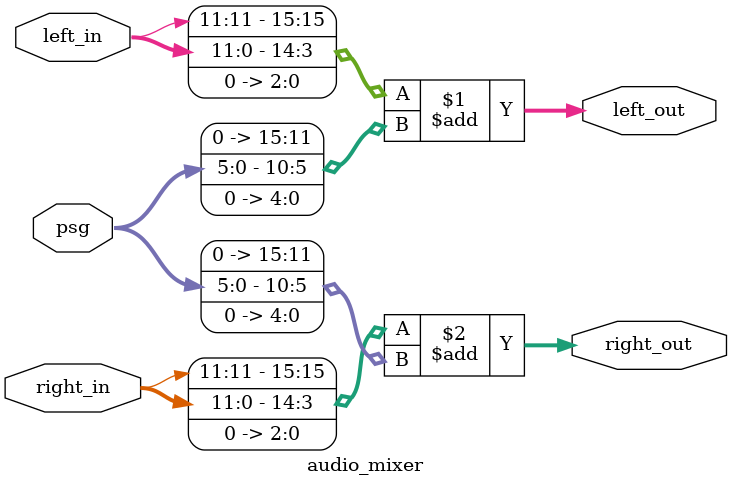
<source format=v>

module audio_mixer
(
	//input	               clk,
	input	 signed [11:0] left_in,
	input	 signed [11:0] right_in,
	input	         [5:0] psg,

	output signed [15:0] left_out,
	output signed [15:0] right_out
);

assign left_out  = { left_in[11],  left_in, 3'b000} + {1'b0, psg, 5'b00000};
assign right_out = {right_in[11], right_in, 3'b000} + {1'b0, psg, 5'b00000};

endmodule

</source>
